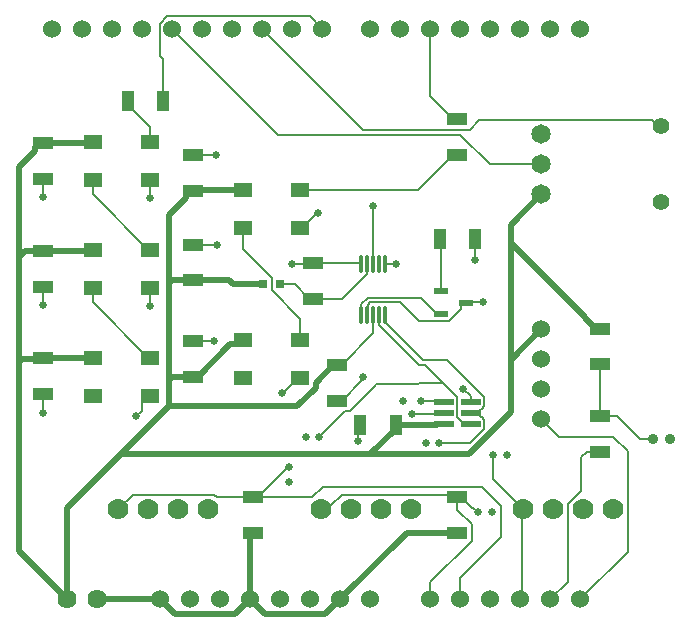
<source format=gtl>
G04*
G04 #@! TF.GenerationSoftware,Altium Limited,Altium Designer,21.6.4 (81)*
G04*
G04 Layer_Physical_Order=1*
G04 Layer_Color=255*
%FSLAX25Y25*%
%MOIN*%
G70*
G04*
G04 #@! TF.SameCoordinates,79665CF2-DF80-4226-BAFE-3DB74E170362*
G04*
G04*
G04 #@! TF.FilePolarity,Positive*
G04*
G01*
G75*
%ADD12C,0.00600*%
%ADD14C,0.02000*%
G04:AMPARAMS|DCode=17|XSize=48.82mil|YSize=23.23mil|CornerRadius=5.81mil|HoleSize=0mil|Usage=FLASHONLY|Rotation=0.000|XOffset=0mil|YOffset=0mil|HoleType=Round|Shape=RoundedRectangle|*
%AMROUNDEDRECTD17*
21,1,0.04882,0.01161,0,0,0.0*
21,1,0.03720,0.02323,0,0,0.0*
1,1,0.01161,0.01860,-0.00581*
1,1,0.01161,-0.01860,-0.00581*
1,1,0.01161,-0.01860,0.00581*
1,1,0.01161,0.01860,0.00581*
%
%ADD17ROUNDEDRECTD17*%
G04:AMPARAMS|DCode=18|XSize=57.87mil|YSize=11.02mil|CornerRadius=1.38mil|HoleSize=0mil|Usage=FLASHONLY|Rotation=270.000|XOffset=0mil|YOffset=0mil|HoleType=Round|Shape=RoundedRectangle|*
%AMROUNDEDRECTD18*
21,1,0.05787,0.00827,0,0,270.0*
21,1,0.05512,0.01102,0,0,270.0*
1,1,0.00276,-0.00413,-0.02756*
1,1,0.00276,-0.00413,0.02756*
1,1,0.00276,0.00413,0.02756*
1,1,0.00276,0.00413,-0.02756*
%
%ADD18ROUNDEDRECTD18*%
%ADD19R,0.07100X0.04400*%
%ADD20R,0.06200X0.04750*%
%ADD21R,0.03150X0.03150*%
G04:AMPARAMS|DCode=22|XSize=63.39mil|YSize=23.23mil|CornerRadius=2.9mil|HoleSize=0mil|Usage=FLASHONLY|Rotation=180.000|XOffset=0mil|YOffset=0mil|HoleType=Round|Shape=RoundedRectangle|*
%AMROUNDEDRECTD22*
21,1,0.06339,0.01742,0,0,180.0*
21,1,0.05758,0.02323,0,0,180.0*
1,1,0.00581,-0.02879,0.00871*
1,1,0.00581,0.02879,0.00871*
1,1,0.00581,0.02879,-0.00871*
1,1,0.00581,-0.02879,-0.00871*
%
%ADD22ROUNDEDRECTD22*%
%ADD23R,0.04400X0.07100*%
%ADD39C,0.06000*%
%ADD40C,0.05543*%
%ADD41C,0.03543*%
%ADD42C,0.07000*%
%ADD43C,0.06496*%
%ADD44C,0.06378*%
%ADD45C,0.02500*%
D12*
X203198Y70900D02*
X210870Y63228D01*
X197570Y70900D02*
X203198D01*
X197570D02*
Y88156D01*
X138130Y75870D02*
X145362D01*
X138000Y76000D02*
X138130Y75870D01*
X121940Y121668D02*
Y140940D01*
X122000Y141000D01*
X121879Y121607D02*
X121940Y121668D01*
X156686Y39000D02*
X157000D01*
X154886Y40363D02*
X155323D01*
X156686Y39000D01*
X43000Y71000D02*
X44800Y72800D01*
Y75575D01*
X62146Y128000D02*
X70000D01*
X62000Y157900D02*
X62100Y158000D01*
X69500D01*
X117942Y108206D02*
X120208Y110472D01*
X117942Y104678D02*
Y108206D01*
X117000Y62500D02*
Y67400D01*
X104000Y64000D02*
X112600Y72600D01*
X117000Y67400D02*
X117600Y68000D01*
X144000Y62000D02*
X154247D01*
X110000Y76100D02*
X111350D01*
X118137Y82886D01*
Y83636D02*
X118500Y84000D01*
X118137Y82886D02*
Y83636D01*
X114850Y73361D02*
X114850D01*
X122441Y80953D02*
Y81148D01*
X122793Y81500D02*
X137000D01*
X122441Y81148D02*
X122793Y81500D01*
X114850Y73361D02*
X122441Y80953D01*
X114088Y72600D02*
X114850Y73361D01*
X137500Y82000D02*
X145231D01*
X137000Y81500D02*
X137500Y82000D01*
X112600Y72600D02*
X114088D01*
X135000Y71500D02*
X135250Y71750D01*
X145242D01*
X62000Y128146D02*
X62146Y128000D01*
X62100Y96000D02*
X69000D01*
X62000Y95900D02*
X62100Y96000D01*
X125923Y121500D02*
X129500D01*
X125816Y121607D02*
X125923Y121500D01*
X11837Y78482D02*
X12000Y78319D01*
Y72000D02*
Y78319D01*
Y144000D02*
Y149937D01*
X11837Y150100D02*
X12000Y149937D01*
Y108000D02*
Y113937D01*
X11837Y114100D02*
X12000Y113937D01*
X44800Y75575D02*
X46875Y77650D01*
X47600D01*
X47500Y113550D02*
X47600Y113650D01*
X47500Y107500D02*
Y113550D01*
Y143500D02*
Y149550D01*
X47600Y149650D01*
X152710Y108794D02*
X152813Y108897D01*
X158397D01*
X158500Y109000D01*
X156000Y123000D02*
Y129900D01*
X155900Y130000D02*
X156000Y129900D01*
X98325Y133650D02*
X103175Y138500D01*
X103500D01*
X97600Y133650D02*
X98325D01*
X101600Y121500D02*
X102000Y121900D01*
X95000Y121500D02*
X101600D01*
X91725Y78500D02*
X96875Y83650D01*
X91500Y78500D02*
X91725D01*
X96875Y83650D02*
X97600D01*
X152000Y80000D02*
X154508Y77492D01*
Y75740D02*
Y77492D01*
X145242Y71750D02*
X145492Y72000D01*
X151149Y107954D02*
X151990Y108794D01*
X152710D01*
X117691Y121900D02*
X117942Y121649D01*
X102000Y121900D02*
X117691D01*
X117942Y121607D02*
Y121649D01*
X102000Y110100D02*
X111638D01*
X119793Y118256D01*
X95750Y115000D02*
X100650Y110100D01*
X90953Y115000D02*
X95750D01*
X100650Y110100D02*
X102000D01*
X111350Y87900D02*
X122000Y98550D01*
Y104678D01*
X105112Y47400D02*
X158206D01*
X164550Y41056D01*
Y30550D02*
Y41056D01*
X151000Y17000D02*
X164550Y30550D01*
X139154Y88077D02*
X145231Y82000D01*
X149961Y77270D01*
X145362Y75870D02*
X145492Y75740D01*
X162000Y50000D02*
Y58000D01*
Y50000D02*
X172000Y40000D01*
X153250Y42000D02*
X154886Y40363D01*
X151000Y10000D02*
Y17000D01*
X150000Y43900D02*
X153250Y42000D01*
X150000Y39689D02*
Y43900D01*
Y39689D02*
X154850Y34839D01*
X137176Y88077D02*
X139154D01*
X123848Y104678D02*
X123965Y104561D01*
Y101288D02*
Y104561D01*
Y101288D02*
X137176Y88077D01*
X83350Y43900D02*
X101612D01*
X149961Y70547D02*
Y77270D01*
X93450Y54000D02*
X94000D01*
X82000Y43900D02*
X83350D01*
X93450Y54000D01*
X158046Y70721D02*
X158977Y69790D01*
X157794Y70721D02*
X158046D01*
X156516Y72000D02*
X157794Y70721D01*
X154247Y62000D02*
X158977Y66730D01*
X154508Y72000D02*
X156516D01*
X158977Y66730D02*
Y69790D01*
X55000Y200000D02*
X90200Y164800D01*
X150889D01*
X160688Y155000D01*
X178000D01*
X216662Y167795D02*
X218000D01*
X214910Y169548D02*
X216662Y167795D01*
X157237Y169548D02*
X214910D01*
X118600Y166400D02*
X154088D01*
X85000Y200000D02*
X118600Y166400D01*
X154088D02*
X157237Y169548D01*
X141000Y177550D02*
X148650Y169900D01*
X150000D01*
X141000Y177550D02*
Y200000D01*
X149961Y70547D02*
X151388Y69121D01*
X146570Y89677D02*
X158977Y77270D01*
Y74210D02*
Y77270D01*
X157794Y73279D02*
X158046D01*
X151388Y69121D02*
X153647D01*
X158046Y73279D02*
X158977Y74210D01*
X153647Y69121D02*
X154508Y68260D01*
X156516Y72000D02*
X157794Y73279D01*
X138475Y89677D02*
X146570D01*
X125816Y102336D02*
X138475Y89677D01*
X125816Y102336D02*
Y104678D01*
X120028Y104795D02*
Y108029D01*
X137095Y102592D02*
X147041D01*
X151149Y106701D02*
Y107954D01*
X147041Y102592D02*
X151149Y106701D01*
X120028Y108029D02*
X120870Y108872D01*
X120208Y110472D02*
X137704D01*
X120870Y108872D02*
X130816D01*
X119911Y104678D02*
X120028Y104795D01*
X137704Y110472D02*
X143122Y105054D01*
X130816Y108872D02*
X137095Y102592D01*
X143122Y105054D02*
X144402D01*
X144100Y130000D02*
X144402Y129699D01*
Y112534D02*
Y129699D01*
X210870Y63228D02*
X215244D01*
X101612Y43900D02*
X105112Y47400D01*
X154850Y29362D02*
Y34839D01*
X141000Y10000D02*
Y15511D01*
X154850Y29362D01*
X149100Y44800D02*
X150000Y43900D01*
X111522Y44800D02*
X149100D01*
X107946Y41225D02*
X111522Y44800D01*
X105725Y41225D02*
X107946D01*
X104500Y40000D02*
X105725Y41225D01*
X69888Y43900D02*
X82000D01*
X68988Y44800D02*
X69888Y43900D01*
X41800Y44800D02*
X68988D01*
X37000Y40000D02*
X41800Y44800D01*
X171000Y10000D02*
X171500Y10500D01*
Y39500D01*
X172000Y40000D01*
X191320Y46108D02*
Y57200D01*
X186800Y15800D02*
Y41588D01*
X191320Y46108D01*
X193220Y59100D02*
X194570D01*
X191320Y57200D02*
X193220Y59100D01*
X181000Y10000D02*
X186800Y15800D01*
X178000Y70000D02*
X184000Y64000D01*
X202000D02*
X206800Y59200D01*
Y25800D02*
Y59200D01*
X184000Y64000D02*
X202000D01*
X191000Y10000D02*
X206800Y25800D01*
X119793Y118256D02*
Y121490D01*
X119911Y121607D01*
X97600Y96350D02*
Y103365D01*
X88078Y112887D02*
X97600Y103365D01*
X88078Y112887D02*
Y116957D01*
X78400Y126635D02*
X88078Y116957D01*
X78400Y126635D02*
Y133650D01*
X136900Y146350D02*
X148650Y158100D01*
X150000D01*
X97600Y146350D02*
X136900D01*
X50700Y201781D02*
X53219Y204300D01*
X50700Y191116D02*
Y201781D01*
X100700Y204300D02*
X105000Y200000D01*
X50700Y191116D02*
X51900Y189916D01*
X53219Y204300D02*
X100700D01*
X51900Y176000D02*
Y189916D01*
X40100Y174650D02*
X47600Y167150D01*
X40100Y174650D02*
Y176000D01*
X47600Y162350D02*
Y167150D01*
X28400Y144825D02*
X46875Y126350D01*
X47600D01*
X28400Y144825D02*
Y149650D01*
Y108825D02*
Y113650D01*
Y108825D02*
X46875Y90350D01*
X47600D01*
D14*
X192596Y103580D02*
X196220Y99956D01*
X192596Y103580D02*
Y103974D01*
X196220Y99956D02*
X197570D01*
X167785Y128785D02*
Y134785D01*
Y89785D02*
Y128785D01*
X192596Y103974D01*
X121000Y58195D02*
X153694D01*
X37806D02*
X121000D01*
Y58250D01*
X129400Y66650D02*
Y68000D01*
X121000Y58250D02*
X129400Y66650D01*
Y68000D02*
X143224D01*
X110000Y87900D02*
X111350D01*
X167785Y134785D02*
X178000Y145000D01*
X167785Y72285D02*
Y89785D01*
X62000Y116346D02*
X73838D01*
X55172D02*
X62000D01*
X153694Y58195D02*
X167785Y72285D01*
X133100Y32100D02*
X150000D01*
X167785Y89785D02*
X178000Y100000D01*
X143484Y68260D02*
X145492D01*
X143224Y68000D02*
X143484Y68260D01*
X37806Y58195D02*
X54000Y74389D01*
X20000Y40389D02*
X37806Y58195D01*
X102700Y80447D02*
Y81950D01*
X96643Y74389D02*
X102700Y80447D01*
X54000Y74389D02*
X96643D01*
X108650Y87900D02*
X110000D01*
X102700Y81950D02*
X108650Y87900D01*
X75184Y115000D02*
X85047D01*
X73838Y116346D02*
X75184Y115000D01*
X111000Y10000D02*
X133100Y32100D01*
X81000Y10000D02*
Y31100D01*
X82000Y32100D01*
X78275Y146225D02*
X78400Y146350D01*
X62000Y146100D02*
X62125Y146225D01*
X78275D01*
X59450Y143550D02*
Y144900D01*
X54000Y115174D02*
Y138100D01*
X60650Y146100D02*
X62000D01*
X59450Y144900D02*
X60650Y146100D01*
X54000Y138100D02*
X59450Y143550D01*
X54000Y82928D02*
Y115174D01*
X55172Y116346D01*
Y84100D02*
X62000D01*
X54000Y82928D02*
X55172Y84100D01*
X54000Y74389D02*
Y82928D01*
X63350Y84100D02*
X74225Y94975D01*
X77025D01*
X78400Y96350D01*
X62000Y84100D02*
X63350D01*
X20000Y10000D02*
Y40389D01*
X28175Y162125D02*
X28400Y162350D01*
X11837Y161900D02*
X12062Y162125D01*
X28175D01*
X9287Y160700D02*
X10487Y161900D01*
X4000Y124000D02*
Y154063D01*
X10487Y161900D02*
X11837D01*
X9287Y159350D02*
Y160700D01*
X4000Y154063D02*
X9287Y159350D01*
X28175Y126125D02*
X28400Y126350D01*
X11837Y125900D02*
X12062Y126125D01*
X28175D01*
X11737Y126000D02*
X11837Y125900D01*
X6000Y126000D02*
X11737D01*
X4000Y124000D02*
X6000Y126000D01*
X4000Y88828D02*
Y124000D01*
X11871Y90316D02*
X27641D01*
X27675Y90350D01*
X11837Y90282D02*
X11871Y90316D01*
X11671Y90116D02*
X11837Y90282D01*
X4000Y26000D02*
Y88828D01*
X5287Y90116D02*
X11671D01*
X4000Y88828D02*
X5287Y90116D01*
X4000Y26000D02*
X20000Y10000D01*
X27675Y90350D02*
X28400D01*
X30000Y10000D02*
X51000D01*
X106000Y5000D02*
X111000Y10000D01*
X86000Y5000D02*
X106000D01*
X81000Y10000D02*
X86000Y5000D01*
X51000Y10000D02*
X56000Y5000D01*
X76000D01*
X81000Y10000D01*
D17*
X144402Y112534D02*
D03*
Y105054D02*
D03*
X152710Y108794D02*
D03*
D18*
X125816Y121607D02*
D03*
X123848D02*
D03*
X121879D02*
D03*
X119911D02*
D03*
X117942D02*
D03*
Y104678D02*
D03*
X119911D02*
D03*
X121879D02*
D03*
X123848D02*
D03*
X125816D02*
D03*
D19*
X102000Y121900D02*
D03*
Y110100D02*
D03*
X110000Y76100D02*
D03*
Y87900D02*
D03*
X150000Y169900D02*
D03*
Y158100D02*
D03*
X197570Y99956D02*
D03*
Y88156D02*
D03*
Y59100D02*
D03*
Y70900D02*
D03*
X62000Y146100D02*
D03*
Y157900D02*
D03*
Y128146D02*
D03*
Y116346D02*
D03*
X11837Y161900D02*
D03*
Y150100D02*
D03*
Y125900D02*
D03*
Y114100D02*
D03*
Y90282D02*
D03*
Y78482D02*
D03*
X62000Y84100D02*
D03*
Y95900D02*
D03*
X82000Y32100D02*
D03*
Y43900D02*
D03*
X150000Y32100D02*
D03*
Y43900D02*
D03*
D20*
X78400Y83650D02*
D03*
X97600D02*
D03*
X78400Y96350D02*
D03*
X97600D02*
D03*
X78400Y133650D02*
D03*
X97600D02*
D03*
X78400Y146350D02*
D03*
X97600D02*
D03*
X28400Y149650D02*
D03*
X47600D02*
D03*
X28400Y162350D02*
D03*
X47600D02*
D03*
X28400Y113650D02*
D03*
X47600D02*
D03*
X28400Y126350D02*
D03*
X47600D02*
D03*
X28400Y77650D02*
D03*
X47600D02*
D03*
X28400Y90350D02*
D03*
X47600D02*
D03*
D21*
X90953Y115000D02*
D03*
X85047D02*
D03*
D22*
X154508Y75740D02*
D03*
Y72000D02*
D03*
Y68260D02*
D03*
X145492D02*
D03*
Y72000D02*
D03*
Y75740D02*
D03*
D23*
X117600Y68000D02*
D03*
X129400D02*
D03*
X51900Y176000D02*
D03*
X40100D02*
D03*
X155900Y130000D02*
D03*
X144100D02*
D03*
D39*
X191000Y200000D02*
D03*
X181000D02*
D03*
X171000D02*
D03*
X161000D02*
D03*
X151000D02*
D03*
X141000D02*
D03*
X131000D02*
D03*
X121000D02*
D03*
X191000Y10000D02*
D03*
X181000D02*
D03*
X171000D02*
D03*
X161000D02*
D03*
X141000D02*
D03*
X151000D02*
D03*
X15000Y200000D02*
D03*
X25000D02*
D03*
X35000D02*
D03*
X45000D02*
D03*
X55000D02*
D03*
X65000D02*
D03*
X75000D02*
D03*
X85000D02*
D03*
X95000D02*
D03*
X105000D02*
D03*
X51000Y10000D02*
D03*
X61000D02*
D03*
X71000D02*
D03*
X81000D02*
D03*
X91000D02*
D03*
X101000D02*
D03*
X111000D02*
D03*
X121000D02*
D03*
X178000Y70000D02*
D03*
Y80000D02*
D03*
Y90000D02*
D03*
Y100000D02*
D03*
D40*
X218000Y142205D02*
D03*
Y167795D02*
D03*
D41*
X220756Y63228D02*
D03*
X215244D02*
D03*
D42*
X192000Y40000D02*
D03*
X202000D02*
D03*
X172000D02*
D03*
X182000D02*
D03*
X114500D02*
D03*
X104500D02*
D03*
X134500D02*
D03*
X124500D02*
D03*
X47000D02*
D03*
X37000D02*
D03*
X67000D02*
D03*
X57000D02*
D03*
D43*
X178000Y165000D02*
D03*
Y155000D02*
D03*
Y145000D02*
D03*
D44*
X20000Y10000D02*
D03*
X30000D02*
D03*
D45*
X138000Y76000D02*
D03*
X122000Y141000D02*
D03*
X157000Y39000D02*
D03*
X161500D02*
D03*
X43000Y71000D02*
D03*
X70000Y128000D02*
D03*
X117000Y62500D02*
D03*
X104000Y64000D02*
D03*
X99500D02*
D03*
X139500Y62000D02*
D03*
X144000D02*
D03*
X118500Y84000D02*
D03*
X135000Y71500D02*
D03*
X129500Y121500D02*
D03*
X69000Y96000D02*
D03*
X152000Y80000D02*
D03*
X158500Y109000D02*
D03*
X156000Y123000D02*
D03*
X47500Y107500D02*
D03*
X94000Y49000D02*
D03*
X166500Y58000D02*
D03*
X91500Y78500D02*
D03*
X95000Y121500D02*
D03*
X103500Y138500D02*
D03*
X69500Y158000D02*
D03*
X47500Y143500D02*
D03*
X12000Y144000D02*
D03*
Y108000D02*
D03*
Y72000D02*
D03*
X132000Y76000D02*
D03*
X162000Y58000D02*
D03*
X94000Y54000D02*
D03*
M02*

</source>
